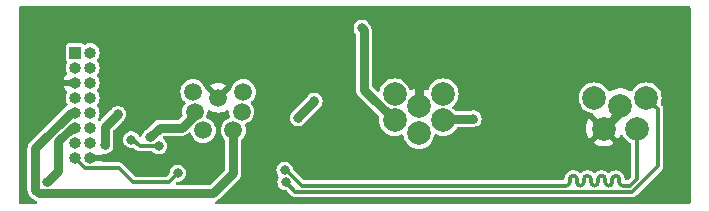
<source format=gbr>
%TF.GenerationSoftware,KiCad,Pcbnew,7.0.10*%
%TF.CreationDate,2025-06-08T00:19:01+02:00*%
%TF.ProjectId,ConnectorInterfaceBoard,436f6e6e-6563-4746-9f72-496e74657266,rev?*%
%TF.SameCoordinates,Original*%
%TF.FileFunction,Copper,L2,Bot*%
%TF.FilePolarity,Positive*%
%FSLAX46Y46*%
G04 Gerber Fmt 4.6, Leading zero omitted, Abs format (unit mm)*
G04 Created by KiCad (PCBNEW 7.0.10) date 2025-06-08 00:19:01*
%MOMM*%
%LPD*%
G01*
G04 APERTURE LIST*
%TA.AperFunction,ComponentPad*%
%ADD10R,1.000000X1.000000*%
%TD*%
%TA.AperFunction,ComponentPad*%
%ADD11O,1.000000X1.000000*%
%TD*%
%TA.AperFunction,ComponentPad*%
%ADD12C,1.520000*%
%TD*%
%TA.AperFunction,ComponentPad*%
%ADD13C,2.000000*%
%TD*%
%TA.AperFunction,ViaPad*%
%ADD14C,0.800000*%
%TD*%
%TA.AperFunction,Conductor*%
%ADD15C,0.750000*%
%TD*%
%TA.AperFunction,Conductor*%
%ADD16C,0.300000*%
%TD*%
G04 APERTURE END LIST*
D10*
%TO.P,J4,1,Pin_1*%
%TO.N,Analog0_In*%
X16713200Y-15875000D03*
D11*
%TO.P,J4,2,Pin_2*%
%TO.N,Analog1_In*%
X17983200Y-15875000D03*
%TO.P,J4,3,Pin_3*%
%TO.N,Analog2_In*%
X16713200Y-17145000D03*
%TO.P,J4,4,Pin_4*%
%TO.N,Analog3_In*%
X17983200Y-17145000D03*
%TO.P,J4,5,Pin_5*%
%TO.N,GND*%
X16713200Y-18415000D03*
%TO.P,J4,6,Pin_6*%
%TO.N,GPIO1_out{slash}in*%
X17983200Y-18415000D03*
%TO.P,J4,7,Pin_7*%
%TO.N,GPIO2_out{slash}in*%
X16713200Y-19685000D03*
%TO.P,J4,8,Pin_8*%
%TO.N,GPIO3_out{slash}in*%
X17983200Y-19685000D03*
%TO.P,J4,9,Pin_9*%
%TO.N,GPIO4_out{slash}in*%
X16713200Y-20955000D03*
%TO.P,J4,10,Pin_10*%
%TO.N,GPIO5_out{slash}in*%
X17983200Y-20955000D03*
%TO.P,J4,11,Pin_11*%
%TO.N,GPIO6_out{slash}in*%
X16713200Y-22225000D03*
%TO.P,J4,12,Pin_12*%
%TO.N,+BATT*%
X17983200Y-22225000D03*
%TO.P,J4,13,Pin_13*%
X16713200Y-23495000D03*
%TO.P,J4,14,Pin_14*%
%TO.N,CAN1_P*%
X17983200Y-23495000D03*
%TO.P,J4,15,Pin_15*%
%TO.N,CAN1_N*%
X16713200Y-24765000D03*
%TO.P,J4,16,Pin_16*%
%TO.N,GND*%
X17983200Y-24765000D03*
%TD*%
D12*
%TO.P,J1,1,Pin_1*%
%TO.N,GPIO1_out{slash}in*%
X26695400Y-19177000D03*
%TO.P,J1,2,Pin_2*%
%TO.N,GPIO2_out{slash}in*%
X26847800Y-20878800D03*
%TO.P,J1,3,Pin_3*%
%TO.N,GPIO3_out{slash}in*%
X27559000Y-22453600D03*
%TO.P,J1,4,Pin_4*%
%TO.N,GPIO4_out{slash}in*%
X30099000Y-22453600D03*
%TO.P,J1,5,Pin_5*%
%TO.N,GPIO5_out{slash}in*%
X30810200Y-20878800D03*
%TO.P,J1,6,Pin_6*%
%TO.N,GPIO6_out{slash}in*%
X30962600Y-19177000D03*
%TO.P,J1,7,Pin_7*%
%TO.N,GND*%
X28829000Y-19685000D03*
%TD*%
D13*
%TO.P,J3,1,Pin_1*%
%TO.N,+BATT*%
X60655200Y-19685000D03*
%TO.P,J3,2,Pin_2*%
%TO.N,GND*%
X61468000Y-22301200D03*
%TO.P,J3,3,Pin_3*%
%TO.N,CAN1_N*%
X64262000Y-22301200D03*
%TO.P,J3,4,Pin_4*%
%TO.N,CAN1_P*%
X65074800Y-19685000D03*
%TO.P,J3,5,Pin_5*%
%TO.N,GND*%
X62865000Y-20370800D03*
%TD*%
%TO.P,J2,1,Pin_1*%
%TO.N,+BATT*%
X43764200Y-19354800D03*
%TO.P,J2,2,Pin_2*%
%TO.N,Analog0_In*%
X43764200Y-21615400D03*
%TO.P,J2,3,Pin_3*%
%TO.N,Analog1_In*%
X45821600Y-22707600D03*
%TO.P,J2,4,Pin_4*%
%TO.N,Analog2_In*%
X47879000Y-21615400D03*
%TO.P,J2,5,Pin_5*%
%TO.N,Analog3_In*%
X47879000Y-19354800D03*
%TO.P,J2,6,Pin_6*%
%TO.N,GND*%
X45821600Y-20396200D03*
%TD*%
D14*
%TO.N,GPIO2_out{slash}in*%
X23065310Y-23036006D03*
%TO.N,GPIO6_out{slash}in*%
X14332046Y-26813404D03*
%TO.N,GND*%
X58000000Y-19250000D03*
X20828000Y-24485600D03*
X26250000Y-17000000D03*
X21000000Y-22211600D03*
X22910800Y-25755600D03*
X30000000Y-17750000D03*
X14579600Y-18389600D03*
X57500000Y-24750000D03*
X24587200Y-24993600D03*
X35250000Y-17250000D03*
X13500000Y-19750000D03*
X46250000Y-17000000D03*
X28803600Y-25755600D03*
X51500000Y-24750000D03*
X38750000Y-22000000D03*
X52500000Y-17750000D03*
X31343600Y-25806400D03*
X44250000Y-17250000D03*
X13250000Y-16750000D03*
X39000000Y-18250000D03*
X64000000Y-17750000D03*
X60750000Y-16500000D03*
X22000000Y-19750000D03*
%TO.N,+BATT*%
X19259567Y-23711600D03*
X35602270Y-21385530D03*
X20332926Y-21094920D03*
X36961521Y-19987062D03*
%TO.N,Analog0_In*%
X40995600Y-13802000D03*
%TO.N,Analog2_In*%
X50429000Y-21463000D03*
%TO.N,CAN1_N*%
X25400000Y-26084000D03*
X34463181Y-25815581D03*
%TO.N,CAN1_P*%
X34540370Y-26812600D03*
X23814451Y-23785148D03*
X21486228Y-23236228D03*
%TD*%
D15*
%TO.N,GPIO2_out{slash}in*%
X25748673Y-22233030D02*
X26847800Y-21133903D01*
X23868286Y-22233030D02*
X25748673Y-22233030D01*
X26847800Y-21133903D02*
X26847800Y-20878800D01*
X23065310Y-23036006D02*
X23868286Y-22233030D01*
%TO.N,GPIO4_out{slash}in*%
X13666004Y-27788404D02*
X28396396Y-27788404D01*
X13357046Y-23958252D02*
X13357046Y-27479446D01*
X16713200Y-20955000D02*
X16360298Y-20955000D01*
X30099000Y-26085800D02*
X30099000Y-22453600D01*
X16360298Y-20955000D02*
X13357046Y-23958252D01*
X28396396Y-27788404D02*
X30099000Y-26085800D01*
X13357046Y-27479446D02*
X13666004Y-27788404D01*
%TO.N,GPIO6_out{slash}in*%
X15290800Y-25854650D02*
X15290800Y-23368000D01*
X15290800Y-23368000D02*
X16433800Y-22225000D01*
X14332046Y-26813404D02*
X15290800Y-25854650D01*
X16433800Y-22225000D02*
X16713200Y-22225000D01*
%TO.N,GND*%
X45821600Y-20396200D02*
X45821600Y-18821600D01*
X45821600Y-18821600D02*
X44250000Y-17250000D01*
X62865000Y-20370800D02*
X62865000Y-20904200D01*
X62865000Y-20904200D02*
X61468000Y-22301200D01*
%TO.N,+BATT*%
X35602270Y-21385530D02*
X35602270Y-21346313D01*
X20332926Y-21094920D02*
X19259567Y-22168279D01*
X19259567Y-22168279D02*
X19259567Y-23711600D01*
X35602270Y-21346313D02*
X36961521Y-19987062D01*
%TO.N,Analog0_In*%
X40995600Y-13802000D02*
X41148000Y-13954400D01*
X41148000Y-13954400D02*
X41148000Y-18999200D01*
X41148000Y-18999200D02*
X43764200Y-21615400D01*
%TO.N,Analog2_In*%
X50429000Y-21463000D02*
X48031400Y-21463000D01*
X48031400Y-21463000D02*
X47879000Y-21615400D01*
D16*
%TO.N,CAN1_N*%
X20408000Y-25615000D02*
X17563200Y-25615000D01*
X62793600Y-26835200D02*
X62793600Y-26583253D01*
X24650000Y-26834000D02*
X21627000Y-26834000D01*
X35923631Y-27135200D02*
X34604012Y-25815581D01*
X17563200Y-25615000D02*
X16713200Y-24765000D01*
X25400000Y-26084000D02*
X24650000Y-26834000D01*
X64262000Y-22301200D02*
X64262000Y-26572494D01*
X21627000Y-26834000D02*
X20408000Y-25615000D01*
X61593600Y-26835200D02*
X61593600Y-26583251D01*
X34604012Y-25815581D02*
X34463181Y-25815581D01*
X58293600Y-27135200D02*
X56844344Y-27135200D01*
X62193600Y-26583253D02*
X62193600Y-26835200D01*
X60393600Y-26835200D02*
X60393600Y-26583250D01*
X56844344Y-27135200D02*
X35923631Y-27135200D01*
X63699294Y-27135200D02*
X63093600Y-27135200D01*
X60993600Y-26583251D02*
X60993600Y-26835200D01*
X59793600Y-26583250D02*
X59793600Y-26835200D01*
X58593600Y-26583242D02*
X58593600Y-26835200D01*
X59193600Y-26835200D02*
X59193600Y-26583242D01*
X64262000Y-26572494D02*
X63699294Y-27135200D01*
X60693600Y-27135200D02*
G75*
G03*
X60993600Y-26835200I0J300000D01*
G01*
X61593600Y-26835200D02*
G75*
G03*
X61893600Y-27135200I300000J0D01*
G01*
X61293600Y-26283300D02*
G75*
G03*
X60993600Y-26583251I0J-300000D01*
G01*
X60393650Y-26583250D02*
G75*
G03*
X60093600Y-26283250I-300050J-50D01*
G01*
X60393600Y-26835200D02*
G75*
G03*
X60693600Y-27135200I300000J0D01*
G01*
X58893600Y-26283200D02*
G75*
G03*
X58593600Y-26583242I0J-300000D01*
G01*
X59193558Y-26583242D02*
G75*
G03*
X58893600Y-26283242I-299958J42D01*
G01*
X58293600Y-27135200D02*
G75*
G03*
X58593600Y-26835200I0J300000D01*
G01*
X60093600Y-26283300D02*
G75*
G03*
X59793600Y-26583250I0J-300000D01*
G01*
X62793647Y-26583253D02*
G75*
G03*
X62493600Y-26283253I-300047J-47D01*
G01*
X62493600Y-26283300D02*
G75*
G03*
X62193600Y-26583253I0J-300000D01*
G01*
X61893600Y-27135200D02*
G75*
G03*
X62193600Y-26835200I0J300000D01*
G01*
X61593649Y-26583251D02*
G75*
G03*
X61293600Y-26283251I-300049J-49D01*
G01*
X62793600Y-26835200D02*
G75*
G03*
X63093600Y-27135200I300000J0D01*
G01*
X59193600Y-26835200D02*
G75*
G03*
X59493600Y-27135200I300000J0D01*
G01*
X59493600Y-27135200D02*
G75*
G03*
X59793600Y-26835200I0J300000D01*
G01*
%TO.N,CAN1_P*%
X21486228Y-23236228D02*
X21628809Y-23236228D01*
X35362970Y-27635200D02*
X63906400Y-27635200D01*
X34540370Y-26812600D02*
X35362970Y-27635200D01*
X66074800Y-25466800D02*
X66074800Y-20685000D01*
X63906400Y-27635200D02*
X66074800Y-25466800D01*
X66074800Y-20685000D02*
X65074800Y-19685000D01*
X21628809Y-23236228D02*
X22177729Y-23785148D01*
X22177729Y-23785148D02*
X23814451Y-23785148D01*
%TD*%
%TA.AperFunction,Conductor*%
%TO.N,GND*%
G36*
X68759000Y-11958462D02*
G01*
X68813538Y-12013000D01*
X68833500Y-12087500D01*
X68833500Y-28552500D01*
X68813538Y-28627000D01*
X68759000Y-28681538D01*
X68684500Y-28701500D01*
X28707595Y-28701500D01*
X28633095Y-28681538D01*
X28578557Y-28627000D01*
X28558595Y-28552500D01*
X28578557Y-28478000D01*
X28633095Y-28423462D01*
X28646427Y-28416635D01*
X28649153Y-28415407D01*
X28650903Y-28414619D01*
X28659194Y-28411184D01*
X28712622Y-28390922D01*
X28718459Y-28386892D01*
X28741947Y-28373644D01*
X28748424Y-28370730D01*
X28793388Y-28335501D01*
X28800610Y-28330186D01*
X28847625Y-28297736D01*
X28885501Y-28254981D01*
X28891637Y-28248462D01*
X30559058Y-26581041D01*
X30565577Y-26574905D01*
X30608332Y-26537029D01*
X30640782Y-26490014D01*
X30646104Y-26482783D01*
X30668150Y-26454645D01*
X30681326Y-26437828D01*
X30684240Y-26431351D01*
X30697488Y-26407863D01*
X30701518Y-26402026D01*
X30721780Y-26348597D01*
X30725198Y-26340345D01*
X30748650Y-26288239D01*
X30749927Y-26281267D01*
X30757174Y-26255273D01*
X30759687Y-26248647D01*
X30759686Y-26248647D01*
X30759688Y-26248645D01*
X30766575Y-26191916D01*
X30767922Y-26183073D01*
X30778219Y-26126885D01*
X30774771Y-26069895D01*
X30774500Y-26060900D01*
X30774500Y-25815581D01*
X33757536Y-25815581D01*
X33778041Y-25984455D01*
X33838362Y-26143510D01*
X33865644Y-26183034D01*
X33913851Y-26252874D01*
X33936276Y-26285361D01*
X33962169Y-26358013D01*
X33948266Y-26433878D01*
X33936277Y-26454645D01*
X33915551Y-26484670D01*
X33855230Y-26643725D01*
X33834725Y-26812600D01*
X33855230Y-26981474D01*
X33915551Y-27140529D01*
X33915552Y-27140530D01*
X34012187Y-27280529D01*
X34012189Y-27280530D01*
X34012190Y-27280532D01*
X34139516Y-27393332D01*
X34139518Y-27393334D01*
X34290145Y-27472390D01*
X34455314Y-27513100D01*
X34542048Y-27513100D01*
X34616548Y-27533062D01*
X34647407Y-27556741D01*
X35020610Y-27929943D01*
X35031743Y-27942401D01*
X35053091Y-27969170D01*
X35099955Y-28001121D01*
X35104468Y-28004324D01*
X35106444Y-28005782D01*
X35150088Y-28037993D01*
X35150090Y-28037994D01*
X35157648Y-28041989D01*
X35165292Y-28045670D01*
X35165295Y-28045671D01*
X35165297Y-28045672D01*
X35219512Y-28062394D01*
X35224748Y-28064117D01*
X35267263Y-28078994D01*
X35278271Y-28082846D01*
X35286655Y-28084432D01*
X35295066Y-28085700D01*
X35295068Y-28085700D01*
X35351753Y-28085700D01*
X35357323Y-28085804D01*
X35413980Y-28087924D01*
X35413984Y-28087923D01*
X35425079Y-28086674D01*
X35425216Y-28087897D01*
X35441897Y-28085700D01*
X63872734Y-28085700D01*
X63889414Y-28086636D01*
X63923435Y-28090470D01*
X63979197Y-28079918D01*
X63984602Y-28079000D01*
X64040687Y-28070548D01*
X64040694Y-28070544D01*
X64048861Y-28068025D01*
X64056868Y-28065224D01*
X64056868Y-28065223D01*
X64056872Y-28065223D01*
X64107042Y-28038705D01*
X64111948Y-28036229D01*
X64163042Y-28011625D01*
X64163044Y-28011622D01*
X64170095Y-28006816D01*
X64176935Y-28001768D01*
X64176935Y-28001767D01*
X64176938Y-28001766D01*
X64217060Y-27961642D01*
X64220992Y-27957854D01*
X64262594Y-27919255D01*
X64262595Y-27919252D01*
X64262597Y-27919251D01*
X64269557Y-27910524D01*
X64270542Y-27911309D01*
X64280761Y-27897941D01*
X66369554Y-25809147D01*
X66381993Y-25798032D01*
X66408770Y-25776679D01*
X66440739Y-25729788D01*
X66443908Y-25725321D01*
X66477593Y-25679682D01*
X66477594Y-25679680D01*
X66481574Y-25672150D01*
X66485267Y-25664480D01*
X66485272Y-25664473D01*
X66501985Y-25610288D01*
X66503728Y-25604989D01*
X66514275Y-25574849D01*
X66522446Y-25551499D01*
X66522446Y-25551496D01*
X66524027Y-25543141D01*
X66525300Y-25534700D01*
X66525300Y-25478034D01*
X66525404Y-25472463D01*
X66525458Y-25471012D01*
X66527525Y-25415790D01*
X66527524Y-25415785D01*
X66526275Y-25404692D01*
X66527493Y-25404554D01*
X66525300Y-25387870D01*
X66525300Y-20718666D01*
X66526237Y-20701984D01*
X66528145Y-20685047D01*
X66530070Y-20667965D01*
X66522319Y-20626997D01*
X66519530Y-20612258D01*
X66518596Y-20606764D01*
X66510148Y-20550714D01*
X66507632Y-20542557D01*
X66504825Y-20534534D01*
X66504824Y-20534529D01*
X66481509Y-20490415D01*
X66478318Y-20484378D01*
X66475807Y-20479403D01*
X66451226Y-20428360D01*
X66446422Y-20421314D01*
X66441366Y-20414463D01*
X66401278Y-20374375D01*
X66397438Y-20370389D01*
X66358855Y-20328806D01*
X66358852Y-20328804D01*
X66350127Y-20321846D01*
X66350886Y-20320894D01*
X66337542Y-20310639D01*
X66329791Y-20302888D01*
X66291227Y-20236093D01*
X66291227Y-20158965D01*
X66300115Y-20134549D01*
X66301539Y-20131496D01*
X66360435Y-19911692D01*
X66380268Y-19685000D01*
X66360435Y-19458308D01*
X66301539Y-19238504D01*
X66205368Y-19032266D01*
X66124841Y-18917261D01*
X66074848Y-18845862D01*
X65913937Y-18684951D01*
X65727541Y-18554437D01*
X65727538Y-18554435D01*
X65727534Y-18554432D01*
X65521296Y-18458261D01*
X65301492Y-18399365D01*
X65301493Y-18399365D01*
X65074800Y-18379532D01*
X64848106Y-18399365D01*
X64628307Y-18458260D01*
X64628306Y-18458260D01*
X64628304Y-18458261D01*
X64422066Y-18554432D01*
X64422063Y-18554434D01*
X64422061Y-18554435D01*
X64422058Y-18554437D01*
X64235662Y-18684951D01*
X64074751Y-18845862D01*
X63944237Y-19032258D01*
X63944228Y-19032272D01*
X63928224Y-19066593D01*
X63878646Y-19125676D01*
X63806169Y-19152053D01*
X63730213Y-19138658D01*
X63701669Y-19121202D01*
X63688236Y-19110747D01*
X63469606Y-18992431D01*
X63234493Y-18911717D01*
X62989291Y-18870800D01*
X62740708Y-18870800D01*
X62495506Y-18911717D01*
X62260393Y-18992431D01*
X62041769Y-19110744D01*
X62041767Y-19110745D01*
X62028328Y-19121205D01*
X61957275Y-19151208D01*
X61880740Y-19141666D01*
X61819229Y-19095134D01*
X61801774Y-19066590D01*
X61785771Y-19032272D01*
X61785769Y-19032270D01*
X61785768Y-19032266D01*
X61785765Y-19032261D01*
X61785764Y-19032260D01*
X61655248Y-18845862D01*
X61494337Y-18684951D01*
X61307941Y-18554437D01*
X61307938Y-18554435D01*
X61307934Y-18554432D01*
X61101696Y-18458261D01*
X60881892Y-18399365D01*
X60881893Y-18399365D01*
X60655200Y-18379532D01*
X60428506Y-18399365D01*
X60208707Y-18458260D01*
X60208706Y-18458260D01*
X60208704Y-18458261D01*
X60002466Y-18554432D01*
X60002463Y-18554434D01*
X60002461Y-18554435D01*
X60002458Y-18554437D01*
X59816062Y-18684951D01*
X59655151Y-18845862D01*
X59524637Y-19032258D01*
X59524635Y-19032261D01*
X59524634Y-19032263D01*
X59524632Y-19032266D01*
X59428461Y-19238504D01*
X59428460Y-19238507D01*
X59369565Y-19458306D01*
X59349732Y-19685000D01*
X59369565Y-19911693D01*
X59398987Y-20021497D01*
X59428461Y-20131496D01*
X59524632Y-20337734D01*
X59524635Y-20337738D01*
X59524637Y-20337741D01*
X59655151Y-20524137D01*
X59816062Y-20685048D01*
X59883632Y-20732360D01*
X60002466Y-20815568D01*
X60208704Y-20911739D01*
X60428508Y-20970635D01*
X60458898Y-20973293D01*
X60531373Y-20999670D01*
X60580951Y-21058753D01*
X60581382Y-21061029D01*
X61104891Y-21584538D01*
X60966052Y-21671777D01*
X60838577Y-21799252D01*
X60751338Y-21938091D01*
X60244563Y-21431316D01*
X60144266Y-21584832D01*
X60044412Y-21812478D01*
X59983386Y-22053466D01*
X59962859Y-22301198D01*
X59962859Y-22301201D01*
X59983386Y-22548933D01*
X60044412Y-22789921D01*
X60144263Y-23017558D01*
X60144267Y-23017565D01*
X60244563Y-23171081D01*
X60751337Y-22664306D01*
X60838577Y-22803148D01*
X60966052Y-22930623D01*
X61104891Y-23017861D01*
X60597942Y-23524809D01*
X60597942Y-23524810D01*
X60644766Y-23561254D01*
X60863393Y-23679568D01*
X61098506Y-23760282D01*
X61343708Y-23801199D01*
X61343708Y-23801200D01*
X61592292Y-23801200D01*
X61592291Y-23801199D01*
X61837493Y-23760282D01*
X62072606Y-23679568D01*
X62291233Y-23561254D01*
X62338056Y-23524809D01*
X61831108Y-23017861D01*
X61969948Y-22930623D01*
X62097423Y-22803148D01*
X62184661Y-22664308D01*
X62691435Y-23171082D01*
X62691435Y-23171081D01*
X62791728Y-23017574D01*
X62791733Y-23017564D01*
X62838471Y-22911011D01*
X62886678Y-22850804D01*
X62958529Y-22822766D01*
X63034773Y-22834411D01*
X63094980Y-22882618D01*
X63109961Y-22907890D01*
X63122272Y-22934290D01*
X63131432Y-22953934D01*
X63143230Y-22970784D01*
X63261951Y-23140337D01*
X63422862Y-23301248D01*
X63477692Y-23339640D01*
X63609266Y-23431768D01*
X63622877Y-23438115D01*
X63725469Y-23485954D01*
X63784553Y-23535530D01*
X63810933Y-23608007D01*
X63811500Y-23620994D01*
X63811500Y-26324173D01*
X63791538Y-26398673D01*
X63767859Y-26429532D01*
X63556332Y-26641059D01*
X63489537Y-26679623D01*
X63450973Y-26684700D01*
X63393140Y-26684700D01*
X63318640Y-26664738D01*
X63264102Y-26610200D01*
X63244140Y-26535720D01*
X63244137Y-26509267D01*
X63215276Y-26364282D01*
X63158688Y-26227711D01*
X63158687Y-26227709D01*
X63158686Y-26227707D01*
X63111833Y-26157603D01*
X63076546Y-26104803D01*
X62972006Y-26000279D01*
X62972000Y-26000275D01*
X62849085Y-25918156D01*
X62849076Y-25918151D01*
X62712509Y-25861590D01*
X62712505Y-25861589D01*
X62712294Y-25861547D01*
X62567515Y-25832752D01*
X62567511Y-25832752D01*
X62493600Y-25832753D01*
X62424862Y-25832753D01*
X62424147Y-25832800D01*
X62419690Y-25832800D01*
X62310954Y-25854426D01*
X62274708Y-25861635D01*
X62274704Y-25861636D01*
X62138144Y-25918194D01*
X62138136Y-25918198D01*
X62015227Y-26000313D01*
X62015221Y-26000318D01*
X61998984Y-26016553D01*
X61932186Y-26055111D01*
X61855058Y-26055103D01*
X61788286Y-26016553D01*
X61772010Y-26000280D01*
X61772008Y-26000278D01*
X61772006Y-26000276D01*
X61649085Y-25918154D01*
X61649080Y-25918152D01*
X61649075Y-25918149D01*
X61512509Y-25861588D01*
X61512505Y-25861587D01*
X61512304Y-25861547D01*
X61367515Y-25832750D01*
X61367511Y-25832750D01*
X61293600Y-25832751D01*
X61224907Y-25832751D01*
X61224160Y-25832800D01*
X61219690Y-25832800D01*
X61110954Y-25854426D01*
X61074708Y-25861635D01*
X61074704Y-25861636D01*
X60938147Y-25918193D01*
X60938138Y-25918198D01*
X60815226Y-26000315D01*
X60815220Y-26000320D01*
X60798982Y-26016555D01*
X60732182Y-26055111D01*
X60655054Y-26055102D01*
X60588286Y-26016553D01*
X60572009Y-26000279D01*
X60572008Y-26000278D01*
X60572005Y-26000275D01*
X60548323Y-25984453D01*
X60449092Y-25918156D01*
X60449085Y-25918153D01*
X60449086Y-25918153D01*
X60449084Y-25918152D01*
X60312626Y-25861636D01*
X60312503Y-25861585D01*
X60250034Y-25849161D01*
X60167515Y-25832749D01*
X60167511Y-25832749D01*
X60093600Y-25832750D01*
X60024929Y-25832750D01*
X60024164Y-25832800D01*
X60019690Y-25832800D01*
X59957804Y-25845108D01*
X59874711Y-25861634D01*
X59738141Y-25918196D01*
X59738135Y-25918200D01*
X59615232Y-26000310D01*
X59615221Y-26000319D01*
X59598971Y-26016566D01*
X59532171Y-26055122D01*
X59455043Y-26055113D01*
X59388259Y-26016547D01*
X59372025Y-26000311D01*
X59348295Y-25984453D01*
X59249108Y-25918170D01*
X59249096Y-25918164D01*
X59112523Y-25861589D01*
X59112514Y-25861586D01*
X58967522Y-25832743D01*
X58955344Y-25832742D01*
X58955183Y-25832699D01*
X58819678Y-25832700D01*
X58734524Y-25849640D01*
X58674668Y-25861547D01*
X58674666Y-25861547D01*
X58674665Y-25861548D01*
X58538076Y-25918131D01*
X58538070Y-25918134D01*
X58415154Y-26000274D01*
X58415148Y-26000278D01*
X58310610Y-26104830D01*
X58310607Y-26104834D01*
X58228484Y-26227764D01*
X58171918Y-26364365D01*
X58143090Y-26509383D01*
X58143094Y-26535682D01*
X58123141Y-26610185D01*
X58068609Y-26664729D01*
X57994112Y-26684700D01*
X36171953Y-26684700D01*
X36097453Y-26664738D01*
X36066594Y-26641059D01*
X35195192Y-25769658D01*
X35156628Y-25702863D01*
X35152637Y-25682259D01*
X35148321Y-25646709D01*
X35087999Y-25487651D01*
X34991364Y-25347652D01*
X34991361Y-25347649D01*
X34991360Y-25347648D01*
X34864034Y-25234848D01*
X34864035Y-25234848D01*
X34713405Y-25155790D01*
X34548237Y-25115081D01*
X34378125Y-25115081D01*
X34212956Y-25155790D01*
X34062326Y-25234848D01*
X33935001Y-25347648D01*
X33934998Y-25347652D01*
X33838362Y-25487651D01*
X33778041Y-25646706D01*
X33757536Y-25815581D01*
X30774500Y-25815581D01*
X30774500Y-23341612D01*
X30794462Y-23267112D01*
X30828976Y-23226433D01*
X30832663Y-23223406D01*
X30852515Y-23207115D01*
X30985040Y-23045633D01*
X31083515Y-22861399D01*
X31144155Y-22661494D01*
X31164631Y-22453600D01*
X31144155Y-22245706D01*
X31087406Y-22058631D01*
X31084883Y-21981547D01*
X31121241Y-21913526D01*
X31186737Y-21872797D01*
X31217999Y-21863315D01*
X31386982Y-21772992D01*
X31402222Y-21764846D01*
X31402222Y-21764845D01*
X31402233Y-21764840D01*
X31563715Y-21632315D01*
X31696240Y-21470833D01*
X31701707Y-21460606D01*
X31723466Y-21419896D01*
X31741835Y-21385530D01*
X34896625Y-21385530D01*
X34917130Y-21554404D01*
X34977451Y-21713459D01*
X34977452Y-21713460D01*
X35074087Y-21853459D01*
X35074089Y-21853460D01*
X35074090Y-21853462D01*
X35201416Y-21966262D01*
X35201418Y-21966264D01*
X35352045Y-22045320D01*
X35517214Y-22086030D01*
X35687326Y-22086030D01*
X35852495Y-22045320D01*
X36003122Y-21966264D01*
X36130453Y-21853459D01*
X36227088Y-21713460D01*
X36238146Y-21684300D01*
X36272101Y-21631781D01*
X37291022Y-20612860D01*
X37327133Y-20586290D01*
X37362373Y-20567796D01*
X37489704Y-20454991D01*
X37586339Y-20314992D01*
X37646661Y-20155934D01*
X37667166Y-19987062D01*
X37646661Y-19818190D01*
X37628018Y-19769033D01*
X37586339Y-19659132D01*
X37580647Y-19650886D01*
X37489704Y-19519133D01*
X37489701Y-19519130D01*
X37489700Y-19519129D01*
X37362374Y-19406329D01*
X37362375Y-19406329D01*
X37211745Y-19327271D01*
X37046577Y-19286562D01*
X36876465Y-19286562D01*
X36711296Y-19327271D01*
X36560666Y-19406329D01*
X36433342Y-19519128D01*
X36433332Y-19519139D01*
X36350083Y-19639744D01*
X36332819Y-19660460D01*
X35142232Y-20851048D01*
X35135681Y-20857214D01*
X35092944Y-20895076D01*
X35092934Y-20895088D01*
X35092870Y-20895182D01*
X35079460Y-20910323D01*
X35080062Y-20910857D01*
X35074086Y-20917601D01*
X35032677Y-20977591D01*
X35027352Y-20984827D01*
X35019945Y-20994282D01*
X35015285Y-21001990D01*
X35014901Y-21001758D01*
X35009993Y-21010453D01*
X34977453Y-21057597D01*
X34977449Y-21057605D01*
X34917131Y-21216651D01*
X34917130Y-21216657D01*
X34917130Y-21216658D01*
X34911407Y-21263792D01*
X34896625Y-21385530D01*
X31741835Y-21385530D01*
X31794715Y-21286599D01*
X31855355Y-21086694D01*
X31875831Y-20878800D01*
X31855355Y-20670906D01*
X31854463Y-20667967D01*
X31829686Y-20586287D01*
X31794715Y-20471001D01*
X31753782Y-20394420D01*
X31696246Y-20286777D01*
X31696243Y-20286772D01*
X31696240Y-20286767D01*
X31624059Y-20198814D01*
X31592228Y-20128563D01*
X31599788Y-20051806D01*
X31644713Y-19989113D01*
X31644714Y-19989112D01*
X31666602Y-19971149D01*
X31716115Y-19930515D01*
X31848640Y-19769033D01*
X31947115Y-19584799D01*
X32007755Y-19384894D01*
X32028231Y-19177000D01*
X32007755Y-18969106D01*
X32007488Y-18968227D01*
X31977934Y-18870800D01*
X31947115Y-18769201D01*
X31902084Y-18684953D01*
X31848646Y-18584977D01*
X31848642Y-18584972D01*
X31848640Y-18584967D01*
X31716115Y-18423485D01*
X31712096Y-18420187D01*
X31554634Y-18290961D01*
X31554635Y-18290961D01*
X31554633Y-18290960D01*
X31554630Y-18290958D01*
X31554622Y-18290953D01*
X31370403Y-18192487D01*
X31370401Y-18192486D01*
X31370399Y-18192485D01*
X31345599Y-18184962D01*
X31170496Y-18131845D01*
X31170497Y-18131845D01*
X30962600Y-18111369D01*
X30754702Y-18131845D01*
X30554803Y-18192484D01*
X30554796Y-18192487D01*
X30370577Y-18290953D01*
X30370565Y-18290961D01*
X30209086Y-18423483D01*
X30209083Y-18423486D01*
X30076561Y-18584965D01*
X30076553Y-18584977D01*
X29978087Y-18769196D01*
X29978085Y-18769201D01*
X29936551Y-18906120D01*
X29899326Y-18968226D01*
X29439514Y-19428037D01*
X29376158Y-19307324D01*
X29269875Y-19187355D01*
X29137970Y-19096307D01*
X29084438Y-19076005D01*
X29525750Y-18634694D01*
X29461406Y-18589639D01*
X29461401Y-18589637D01*
X29261592Y-18496465D01*
X29048631Y-18439401D01*
X28829000Y-18420187D01*
X28609368Y-18439401D01*
X28396407Y-18496465D01*
X28196596Y-18589638D01*
X28196590Y-18589641D01*
X28132248Y-18634693D01*
X28132247Y-18634693D01*
X28573559Y-19076005D01*
X28520030Y-19096307D01*
X28388125Y-19187355D01*
X28281842Y-19307324D01*
X28218485Y-19428039D01*
X27758673Y-18968227D01*
X27721449Y-18906121D01*
X27679915Y-18769201D01*
X27634884Y-18684953D01*
X27581446Y-18584977D01*
X27581442Y-18584972D01*
X27581440Y-18584967D01*
X27448915Y-18423485D01*
X27444896Y-18420187D01*
X27287434Y-18290961D01*
X27287435Y-18290961D01*
X27287433Y-18290960D01*
X27287430Y-18290958D01*
X27287422Y-18290953D01*
X27103203Y-18192487D01*
X27103201Y-18192486D01*
X27103199Y-18192485D01*
X27078399Y-18184962D01*
X26903296Y-18131845D01*
X26903297Y-18131845D01*
X26695400Y-18111369D01*
X26487502Y-18131845D01*
X26287603Y-18192484D01*
X26287596Y-18192487D01*
X26103377Y-18290953D01*
X26103365Y-18290961D01*
X25941886Y-18423483D01*
X25941883Y-18423486D01*
X25809361Y-18584965D01*
X25809353Y-18584977D01*
X25710887Y-18769196D01*
X25710884Y-18769203D01*
X25650245Y-18969102D01*
X25629769Y-19177000D01*
X25650245Y-19384897D01*
X25710884Y-19584796D01*
X25710887Y-19584803D01*
X25809353Y-19769022D01*
X25809361Y-19769034D01*
X25941883Y-19930513D01*
X25941887Y-19930517D01*
X26013286Y-19989113D01*
X26058211Y-20051806D01*
X26065771Y-20128563D01*
X26033940Y-20198815D01*
X25961762Y-20286764D01*
X25961753Y-20286777D01*
X25863287Y-20470996D01*
X25863284Y-20471003D01*
X25802645Y-20670902D01*
X25782169Y-20878800D01*
X25802645Y-21086697D01*
X25802646Y-21086700D01*
X25808621Y-21106398D01*
X25811143Y-21183485D01*
X25774783Y-21251505D01*
X25771395Y-21255005D01*
X25512513Y-21513889D01*
X25445719Y-21552453D01*
X25407154Y-21557530D01*
X23893197Y-21557530D01*
X23884201Y-21557258D01*
X23876314Y-21556780D01*
X23827201Y-21553810D01*
X23827200Y-21553810D01*
X23827198Y-21553810D01*
X23771038Y-21564102D01*
X23762142Y-21565456D01*
X23705443Y-21572341D01*
X23705440Y-21572342D01*
X23698798Y-21574861D01*
X23672836Y-21582099D01*
X23665845Y-21583380D01*
X23613764Y-21606819D01*
X23605456Y-21610260D01*
X23552059Y-21630512D01*
X23546207Y-21634551D01*
X23522747Y-21647782D01*
X23516260Y-21650702D01*
X23516258Y-21650703D01*
X23471302Y-21685925D01*
X23464052Y-21691259D01*
X23417062Y-21723693D01*
X23417050Y-21723703D01*
X23379187Y-21766441D01*
X23373021Y-21772992D01*
X22735809Y-22410204D01*
X22699696Y-22436777D01*
X22664456Y-22455273D01*
X22537130Y-22568073D01*
X22537127Y-22568077D01*
X22440491Y-22708076D01*
X22376974Y-22875561D01*
X22374818Y-22874743D01*
X22343894Y-22930885D01*
X22277888Y-22970784D01*
X22200776Y-22972335D01*
X22133219Y-22935122D01*
X22113814Y-22912308D01*
X22095930Y-22886399D01*
X22014411Y-22768299D01*
X22014408Y-22768296D01*
X22014407Y-22768295D01*
X21887081Y-22655495D01*
X21887082Y-22655495D01*
X21736452Y-22576437D01*
X21571284Y-22535728D01*
X21401172Y-22535728D01*
X21236003Y-22576437D01*
X21085373Y-22655495D01*
X20958048Y-22768295D01*
X20958045Y-22768299D01*
X20861409Y-22908298D01*
X20801088Y-23067353D01*
X20780583Y-23236228D01*
X20801088Y-23405102D01*
X20861409Y-23564157D01*
X20861410Y-23564158D01*
X20958045Y-23704157D01*
X20958047Y-23704158D01*
X20958048Y-23704160D01*
X21085374Y-23816960D01*
X21085376Y-23816962D01*
X21236003Y-23896018D01*
X21401172Y-23936728D01*
X21571283Y-23936728D01*
X21571284Y-23936728D01*
X21586696Y-23932929D01*
X21663808Y-23934480D01*
X21727715Y-23972239D01*
X21835368Y-24079891D01*
X21846502Y-24092349D01*
X21867850Y-24119118D01*
X21914714Y-24151069D01*
X21919227Y-24154272D01*
X21934864Y-24165812D01*
X21964847Y-24187941D01*
X21964849Y-24187942D01*
X21972407Y-24191937D01*
X21980051Y-24195618D01*
X21980054Y-24195619D01*
X21980056Y-24195620D01*
X22034271Y-24212342D01*
X22039507Y-24214065D01*
X22093030Y-24232794D01*
X22101414Y-24234380D01*
X22109825Y-24235648D01*
X22109827Y-24235648D01*
X22166512Y-24235648D01*
X22172082Y-24235752D01*
X22228739Y-24237872D01*
X22228743Y-24237871D01*
X22239838Y-24236622D01*
X22239975Y-24237845D01*
X22256656Y-24235648D01*
X23210087Y-24235648D01*
X23284587Y-24255610D01*
X23308892Y-24273120D01*
X23413597Y-24365880D01*
X23413599Y-24365882D01*
X23564226Y-24444938D01*
X23729395Y-24485648D01*
X23899507Y-24485648D01*
X24064676Y-24444938D01*
X24215303Y-24365882D01*
X24342634Y-24253077D01*
X24439269Y-24113078D01*
X24499591Y-23954020D01*
X24520096Y-23785148D01*
X24499591Y-23616276D01*
X24479825Y-23564158D01*
X24439269Y-23457218D01*
X24421702Y-23431768D01*
X24342634Y-23317219D01*
X24342631Y-23317216D01*
X24342630Y-23317215D01*
X24218352Y-23207115D01*
X24215304Y-23204415D01*
X24215305Y-23204415D01*
X24211162Y-23202241D01*
X24186815Y-23189462D01*
X24130126Y-23137165D01*
X24107181Y-23063529D01*
X24124127Y-22988286D01*
X24176425Y-22931596D01*
X24250061Y-22908651D01*
X24256060Y-22908530D01*
X25723773Y-22908530D01*
X25732768Y-22908801D01*
X25789758Y-22912249D01*
X25845946Y-22901952D01*
X25854789Y-22900605D01*
X25911518Y-22893718D01*
X25918147Y-22891203D01*
X25944140Y-22883957D01*
X25951112Y-22882680D01*
X26003218Y-22859228D01*
X26011470Y-22855810D01*
X26064899Y-22835548D01*
X26070736Y-22831518D01*
X26094224Y-22818270D01*
X26100701Y-22815356D01*
X26145665Y-22780127D01*
X26152887Y-22774812D01*
X26199902Y-22742362D01*
X26237778Y-22699607D01*
X26243914Y-22693088D01*
X26282594Y-22654408D01*
X26349387Y-22615846D01*
X26426515Y-22615846D01*
X26493310Y-22654410D01*
X26530535Y-22716516D01*
X26552812Y-22789951D01*
X26573830Y-22859241D01*
X26574485Y-22861398D01*
X26574487Y-22861403D01*
X26672953Y-23045622D01*
X26672961Y-23045634D01*
X26775912Y-23171081D01*
X26805485Y-23207115D01*
X26966967Y-23339640D01*
X26966972Y-23339642D01*
X26966977Y-23339646D01*
X27089434Y-23405100D01*
X27151201Y-23438115D01*
X27351103Y-23498754D01*
X27351106Y-23498755D01*
X27559000Y-23519231D01*
X27766894Y-23498755D01*
X27966799Y-23438115D01*
X28151033Y-23339640D01*
X28312515Y-23207115D01*
X28445040Y-23045633D01*
X28543515Y-22861399D01*
X28604155Y-22661494D01*
X28624631Y-22453600D01*
X28604155Y-22245706D01*
X28543515Y-22045801D01*
X28501001Y-21966262D01*
X28445046Y-21861577D01*
X28445042Y-21861572D01*
X28445040Y-21861567D01*
X28356690Y-21753912D01*
X28312516Y-21700086D01*
X28312513Y-21700083D01*
X28165777Y-21579660D01*
X28151033Y-21567560D01*
X28151030Y-21567558D01*
X28151022Y-21567553D01*
X27966803Y-21469087D01*
X27966802Y-21469086D01*
X27966799Y-21469085D01*
X27935536Y-21459601D01*
X27870040Y-21418872D01*
X27833683Y-21350851D01*
X27836206Y-21273769D01*
X27892955Y-21086694D01*
X27913431Y-20878800D01*
X27913430Y-20878796D01*
X27913431Y-20878794D01*
X27913431Y-20871480D01*
X27915664Y-20871480D01*
X27926377Y-20806587D01*
X27975306Y-20746966D01*
X28047490Y-20719797D01*
X28123588Y-20732360D01*
X28147560Y-20746026D01*
X28196591Y-20780359D01*
X28196598Y-20780362D01*
X28396407Y-20873534D01*
X28609368Y-20930598D01*
X28829000Y-20949812D01*
X29048631Y-20930598D01*
X29261592Y-20873534D01*
X29461401Y-20780362D01*
X29461410Y-20780357D01*
X29510438Y-20746027D01*
X29582914Y-20719646D01*
X29658871Y-20733038D01*
X29717955Y-20782614D01*
X29744336Y-20855090D01*
X29744249Y-20871480D01*
X29744569Y-20871480D01*
X29744569Y-20878794D01*
X29744569Y-20878797D01*
X29744569Y-20878800D01*
X29756702Y-21001990D01*
X29765045Y-21086697D01*
X29821792Y-21273766D01*
X29824316Y-21350853D01*
X29787957Y-21418874D01*
X29722463Y-21459601D01*
X29691198Y-21469085D01*
X29506978Y-21567553D01*
X29506965Y-21567561D01*
X29345486Y-21700083D01*
X29345483Y-21700086D01*
X29212961Y-21861565D01*
X29212953Y-21861577D01*
X29114487Y-22045796D01*
X29114484Y-22045803D01*
X29053845Y-22245702D01*
X29033369Y-22453600D01*
X29053845Y-22661497D01*
X29114484Y-22861396D01*
X29114487Y-22861403D01*
X29212953Y-23045622D01*
X29212961Y-23045634D01*
X29345483Y-23207113D01*
X29345486Y-23207116D01*
X29369024Y-23226433D01*
X29413950Y-23289126D01*
X29423500Y-23341612D01*
X29423500Y-25744281D01*
X29403538Y-25818781D01*
X29379859Y-25849640D01*
X28160236Y-27069263D01*
X28093441Y-27107827D01*
X28054877Y-27112904D01*
X25367917Y-27112904D01*
X25293417Y-27092942D01*
X25238879Y-27038404D01*
X25218917Y-26963904D01*
X25238879Y-26889404D01*
X25262558Y-26858545D01*
X25292962Y-26828141D01*
X25359757Y-26789577D01*
X25398321Y-26784500D01*
X25485056Y-26784500D01*
X25650225Y-26743790D01*
X25800852Y-26664734D01*
X25928183Y-26551929D01*
X26024818Y-26411930D01*
X26085140Y-26252872D01*
X26105645Y-26084000D01*
X26085140Y-25915128D01*
X26064853Y-25861636D01*
X26024818Y-25756070D01*
X26016681Y-25744281D01*
X25928183Y-25616071D01*
X25928180Y-25616068D01*
X25928179Y-25616067D01*
X25800853Y-25503267D01*
X25800854Y-25503267D01*
X25650224Y-25424209D01*
X25485056Y-25383500D01*
X25314944Y-25383500D01*
X25149775Y-25424209D01*
X24999145Y-25503267D01*
X24871820Y-25616067D01*
X24871817Y-25616071D01*
X24775181Y-25756070D01*
X24714860Y-25915125D01*
X24711620Y-25941808D01*
X24696332Y-26067724D01*
X24694355Y-26084003D01*
X24694355Y-26090823D01*
X24674393Y-26165323D01*
X24650714Y-26196182D01*
X24507038Y-26339859D01*
X24440244Y-26378423D01*
X24401679Y-26383500D01*
X21875321Y-26383500D01*
X21800821Y-26363538D01*
X21769962Y-26339859D01*
X20750358Y-25320255D01*
X20739224Y-25307796D01*
X20717879Y-25281030D01*
X20671032Y-25249090D01*
X20666489Y-25245866D01*
X20620883Y-25212207D01*
X20613324Y-25208212D01*
X20605671Y-25204527D01*
X20551501Y-25187818D01*
X20546208Y-25186077D01*
X20492700Y-25167354D01*
X20484330Y-25165770D01*
X20475902Y-25164500D01*
X20475901Y-25164500D01*
X20419217Y-25164500D01*
X20413647Y-25164396D01*
X20409632Y-25164245D01*
X20356990Y-25162276D01*
X20356989Y-25162276D01*
X20356985Y-25162276D01*
X20345891Y-25163526D01*
X20345753Y-25162302D01*
X20329073Y-25164500D01*
X19107914Y-25164500D01*
X19033414Y-25144538D01*
X18978876Y-25090000D01*
X18962410Y-25028550D01*
X18952361Y-25015000D01*
X18197683Y-25015000D01*
X18269001Y-24930007D01*
X18308200Y-24822306D01*
X18308200Y-24707694D01*
X18269001Y-24599993D01*
X18197683Y-24515000D01*
X18952361Y-24515000D01*
X18992150Y-24461350D01*
X19052563Y-24413402D01*
X19128856Y-24402085D01*
X19147485Y-24405438D01*
X19174511Y-24412100D01*
X19344623Y-24412100D01*
X19509792Y-24371390D01*
X19660419Y-24292334D01*
X19787750Y-24179529D01*
X19884385Y-24039530D01*
X19944707Y-23880472D01*
X19965212Y-23711600D01*
X19944707Y-23542728D01*
X19944705Y-23542724D01*
X19942549Y-23533973D01*
X19943099Y-23533837D01*
X19935067Y-23490003D01*
X19935067Y-22509797D01*
X19955029Y-22435297D01*
X19978704Y-22404442D01*
X20662425Y-21720720D01*
X20698536Y-21694149D01*
X20733778Y-21675654D01*
X20738155Y-21671777D01*
X20824610Y-21595184D01*
X20861109Y-21562849D01*
X20957744Y-21422850D01*
X21018066Y-21263792D01*
X21038571Y-21094920D01*
X21018066Y-20926048D01*
X21012639Y-20911739D01*
X20957744Y-20766990D01*
X20925380Y-20720103D01*
X20861109Y-20626991D01*
X20861106Y-20626988D01*
X20861105Y-20626987D01*
X20733779Y-20514187D01*
X20733780Y-20514187D01*
X20583150Y-20435129D01*
X20417982Y-20394420D01*
X20247870Y-20394420D01*
X20082701Y-20435129D01*
X19932071Y-20514187D01*
X19804747Y-20626986D01*
X19804737Y-20626997D01*
X19721486Y-20747605D01*
X19704222Y-20768321D01*
X18868014Y-21604529D01*
X18801219Y-21643093D01*
X18724091Y-21643093D01*
X18657296Y-21604529D01*
X18618732Y-21537734D01*
X18618732Y-21460606D01*
X18636492Y-21419899D01*
X18708989Y-21304522D01*
X18768568Y-21134255D01*
X18787003Y-20970635D01*
X18788765Y-20955001D01*
X18788765Y-20954998D01*
X18777508Y-20855090D01*
X18768568Y-20775745D01*
X18708989Y-20605478D01*
X18613016Y-20452738D01*
X18585637Y-20425359D01*
X18547073Y-20358564D01*
X18547073Y-20281436D01*
X18585637Y-20214641D01*
X18613015Y-20187263D01*
X18613016Y-20187262D01*
X18708989Y-20034522D01*
X18768568Y-19864255D01*
X18788765Y-19685000D01*
X18785850Y-19659132D01*
X18768568Y-19505747D01*
X18768568Y-19505745D01*
X18708989Y-19335478D01*
X18613016Y-19182738D01*
X18585637Y-19155359D01*
X18547073Y-19088564D01*
X18547073Y-19011436D01*
X18585637Y-18944641D01*
X18613015Y-18917263D01*
X18613016Y-18917262D01*
X18708989Y-18764522D01*
X18768568Y-18594255D01*
X18788765Y-18415000D01*
X18787003Y-18399365D01*
X18768568Y-18235747D01*
X18768568Y-18235745D01*
X18708989Y-18065478D01*
X18613016Y-17912738D01*
X18585637Y-17885359D01*
X18547073Y-17818564D01*
X18547073Y-17741436D01*
X18585637Y-17674641D01*
X18613015Y-17647263D01*
X18613016Y-17647262D01*
X18708989Y-17494522D01*
X18768568Y-17324255D01*
X18788765Y-17145000D01*
X18768568Y-16965745D01*
X18708989Y-16795478D01*
X18613016Y-16642738D01*
X18585637Y-16615359D01*
X18547073Y-16548564D01*
X18547073Y-16471436D01*
X18585637Y-16404641D01*
X18613015Y-16377263D01*
X18613016Y-16377262D01*
X18708989Y-16224522D01*
X18768568Y-16054255D01*
X18788765Y-15875000D01*
X18768568Y-15695745D01*
X18708989Y-15525478D01*
X18613016Y-15372738D01*
X18485462Y-15245184D01*
X18332722Y-15149211D01*
X18162455Y-15089632D01*
X18162454Y-15089631D01*
X18162453Y-15089631D01*
X17983201Y-15069435D01*
X17983199Y-15069435D01*
X17803947Y-15089631D01*
X17633676Y-15149211D01*
X17598384Y-15171387D01*
X17524682Y-15194120D01*
X17449488Y-15176956D01*
X17413754Y-15150583D01*
X17385964Y-15122793D01*
X17283194Y-15077416D01*
X17283191Y-15077415D01*
X17283182Y-15077414D01*
X17258065Y-15074500D01*
X17258059Y-15074500D01*
X16168333Y-15074500D01*
X16143210Y-15077414D01*
X16143207Y-15077415D01*
X16040435Y-15122793D01*
X15960993Y-15202235D01*
X15915616Y-15305005D01*
X15915615Y-15305008D01*
X15915615Y-15305009D01*
X15912700Y-15330135D01*
X15912700Y-15330139D01*
X15912700Y-15330140D01*
X15912700Y-16419866D01*
X15915614Y-16444989D01*
X15915615Y-16444992D01*
X15960993Y-16547764D01*
X15988783Y-16575554D01*
X16027347Y-16642349D01*
X16027347Y-16719477D01*
X16009587Y-16760184D01*
X15987411Y-16795476D01*
X15927831Y-16965747D01*
X15907635Y-17144998D01*
X15907635Y-17145001D01*
X15927831Y-17324252D01*
X15927831Y-17324254D01*
X15927832Y-17324255D01*
X15987411Y-17494522D01*
X16001257Y-17516558D01*
X16011657Y-17533110D01*
X16034390Y-17606812D01*
X16017227Y-17682006D01*
X16000673Y-17706907D01*
X15877706Y-17856741D01*
X15784849Y-18030466D01*
X15744038Y-18164999D01*
X15744039Y-18165000D01*
X16498717Y-18165000D01*
X16427399Y-18249993D01*
X16388200Y-18357694D01*
X16388200Y-18472306D01*
X16427399Y-18580007D01*
X16498717Y-18665000D01*
X15744039Y-18665000D01*
X15784849Y-18799533D01*
X15877708Y-18973260D01*
X15877709Y-18973262D01*
X16000673Y-19123092D01*
X16032505Y-19193345D01*
X16024945Y-19270101D01*
X16011658Y-19296888D01*
X15987411Y-19335477D01*
X15927831Y-19505747D01*
X15907635Y-19684998D01*
X15907635Y-19685001D01*
X15927831Y-19864252D01*
X15987411Y-20034522D01*
X16066592Y-20160538D01*
X16089326Y-20234240D01*
X16072163Y-20309434D01*
X16019703Y-20365973D01*
X16015957Y-20367980D01*
X16015978Y-20368014D01*
X16008270Y-20372673D01*
X15963314Y-20407895D01*
X15956064Y-20413229D01*
X15909074Y-20445663D01*
X15909062Y-20445673D01*
X15871199Y-20488411D01*
X15865033Y-20494962D01*
X12897008Y-23462987D01*
X12890457Y-23469153D01*
X12847719Y-23507016D01*
X12847709Y-23507028D01*
X12815275Y-23554018D01*
X12809945Y-23561261D01*
X12807677Y-23564158D01*
X12774719Y-23606224D01*
X12774718Y-23606226D01*
X12771798Y-23612713D01*
X12758567Y-23636173D01*
X12754528Y-23642025D01*
X12734276Y-23695423D01*
X12730835Y-23703730D01*
X12707396Y-23755812D01*
X12707395Y-23755817D01*
X12706113Y-23762809D01*
X12698879Y-23788757D01*
X12696358Y-23795405D01*
X12696357Y-23795410D01*
X12689473Y-23852099D01*
X12688120Y-23860991D01*
X12677827Y-23917166D01*
X12681274Y-23974154D01*
X12681546Y-23983150D01*
X12681546Y-27454546D01*
X12681274Y-27463542D01*
X12677827Y-27520531D01*
X12688120Y-27576707D01*
X12689473Y-27585599D01*
X12696357Y-27642289D01*
X12698876Y-27648931D01*
X12706115Y-27674896D01*
X12707396Y-27681885D01*
X12707396Y-27681886D01*
X12730830Y-27733956D01*
X12734272Y-27742266D01*
X12754524Y-27795663D01*
X12754528Y-27795672D01*
X12758563Y-27801518D01*
X12771801Y-27824989D01*
X12774720Y-27831474D01*
X12774721Y-27831476D01*
X12809943Y-27876433D01*
X12815278Y-27883683D01*
X12847711Y-27930671D01*
X12847716Y-27930677D01*
X12890448Y-27968534D01*
X12897002Y-27974703D01*
X13170745Y-28248446D01*
X13176914Y-28255000D01*
X13214775Y-28297736D01*
X13261783Y-28330183D01*
X13269008Y-28335499D01*
X13301169Y-28360696D01*
X13313973Y-28370728D01*
X13313974Y-28370729D01*
X13313975Y-28370729D01*
X13313976Y-28370730D01*
X13320449Y-28373643D01*
X13343940Y-28386892D01*
X13349778Y-28390922D01*
X13403189Y-28411178D01*
X13411480Y-28414613D01*
X13415967Y-28416632D01*
X13475707Y-28465417D01*
X13503051Y-28537535D01*
X13490672Y-28613663D01*
X13441887Y-28673403D01*
X13369769Y-28700747D01*
X13354804Y-28701500D01*
X12087500Y-28701500D01*
X12013000Y-28681538D01*
X11958462Y-28627000D01*
X11938500Y-28552500D01*
X11938500Y-13802000D01*
X40289955Y-13802000D01*
X40310460Y-13970874D01*
X40370781Y-14129929D01*
X40446124Y-14239081D01*
X40472017Y-14311733D01*
X40472500Y-14323723D01*
X40472500Y-18974300D01*
X40472228Y-18983296D01*
X40468781Y-19040285D01*
X40479074Y-19096461D01*
X40480427Y-19105353D01*
X40487311Y-19162043D01*
X40489830Y-19168685D01*
X40497069Y-19194650D01*
X40498350Y-19201639D01*
X40498350Y-19201640D01*
X40521784Y-19253710D01*
X40525226Y-19262020D01*
X40545478Y-19315417D01*
X40545482Y-19315426D01*
X40549517Y-19321272D01*
X40562755Y-19344743D01*
X40565674Y-19351228D01*
X40565675Y-19351230D01*
X40600897Y-19396187D01*
X40606232Y-19403437D01*
X40638665Y-19450425D01*
X40638670Y-19450431D01*
X40681402Y-19488288D01*
X40687956Y-19494457D01*
X42439637Y-21246138D01*
X42478201Y-21312933D01*
X42478209Y-21382036D01*
X42479695Y-21382298D01*
X42478565Y-21388706D01*
X42458732Y-21615400D01*
X42478565Y-21842093D01*
X42500479Y-21923878D01*
X42537461Y-22061896D01*
X42633632Y-22268134D01*
X42633635Y-22268138D01*
X42633637Y-22268141D01*
X42764151Y-22454537D01*
X42925062Y-22615448D01*
X42990828Y-22661497D01*
X43111466Y-22745968D01*
X43317704Y-22842139D01*
X43537508Y-22901035D01*
X43764200Y-22920868D01*
X43990892Y-22901035D01*
X44210696Y-22842139D01*
X44322613Y-22789950D01*
X44398567Y-22776557D01*
X44471044Y-22802936D01*
X44520621Y-22862019D01*
X44534015Y-22912004D01*
X44535965Y-22934293D01*
X44565799Y-23045634D01*
X44594861Y-23154096D01*
X44691032Y-23360334D01*
X44691035Y-23360338D01*
X44691037Y-23360341D01*
X44821551Y-23546737D01*
X44982462Y-23707648D01*
X45057632Y-23760282D01*
X45168866Y-23838168D01*
X45375104Y-23934339D01*
X45594908Y-23993235D01*
X45821600Y-24013068D01*
X46048292Y-23993235D01*
X46268096Y-23934339D01*
X46474334Y-23838168D01*
X46660739Y-23707647D01*
X46821647Y-23546739D01*
X46952168Y-23360334D01*
X47048339Y-23154096D01*
X47107235Y-22934292D01*
X47109184Y-22912007D01*
X47135561Y-22839531D01*
X47194642Y-22789952D01*
X47270598Y-22776557D01*
X47320586Y-22789950D01*
X47432504Y-22842139D01*
X47652308Y-22901035D01*
X47879000Y-22920868D01*
X48105692Y-22901035D01*
X48325496Y-22842139D01*
X48531734Y-22745968D01*
X48718139Y-22615447D01*
X48879047Y-22454539D01*
X49009568Y-22268134D01*
X49029902Y-22224527D01*
X49079480Y-22165445D01*
X49151957Y-22139067D01*
X49164941Y-22138500D01*
X50224424Y-22138500D01*
X50260081Y-22142829D01*
X50343944Y-22163500D01*
X50514056Y-22163500D01*
X50679225Y-22122790D01*
X50829852Y-22043734D01*
X50957183Y-21930929D01*
X51053818Y-21790930D01*
X51114140Y-21631872D01*
X51134645Y-21463000D01*
X51114140Y-21294128D01*
X51106417Y-21273765D01*
X51053818Y-21135070D01*
X51034027Y-21106398D01*
X50957183Y-20995071D01*
X50957180Y-20995068D01*
X50957179Y-20995067D01*
X50844321Y-20895084D01*
X50829853Y-20882267D01*
X50829854Y-20882267D01*
X50679224Y-20803209D01*
X50514056Y-20762500D01*
X50343944Y-20762500D01*
X50262338Y-20782614D01*
X50260082Y-20783170D01*
X50224424Y-20787500D01*
X48952003Y-20787500D01*
X48877503Y-20767538D01*
X48846648Y-20743862D01*
X48718139Y-20615353D01*
X48706431Y-20607155D01*
X48656853Y-20548075D01*
X48643458Y-20472119D01*
X48669835Y-20399641D01*
X48706432Y-20363044D01*
X48718139Y-20354847D01*
X48879047Y-20193939D01*
X49009568Y-20007534D01*
X49105739Y-19801296D01*
X49164635Y-19581492D01*
X49184468Y-19354800D01*
X49164635Y-19128108D01*
X49105739Y-18908304D01*
X49009568Y-18702066D01*
X48930848Y-18589641D01*
X48879048Y-18515662D01*
X48718137Y-18354751D01*
X48531741Y-18224237D01*
X48531738Y-18224235D01*
X48531734Y-18224232D01*
X48325496Y-18128061D01*
X48105692Y-18069165D01*
X48105693Y-18069165D01*
X47879000Y-18049332D01*
X47652306Y-18069165D01*
X47432507Y-18128060D01*
X47432506Y-18128060D01*
X47432504Y-18128061D01*
X47226266Y-18224232D01*
X47226263Y-18224234D01*
X47226261Y-18224235D01*
X47226258Y-18224237D01*
X47039862Y-18354751D01*
X46878951Y-18515662D01*
X46748437Y-18702058D01*
X46748435Y-18702061D01*
X46748434Y-18702063D01*
X46748432Y-18702066D01*
X46669750Y-18870800D01*
X46652260Y-18908306D01*
X46646849Y-18928500D01*
X46608282Y-18995294D01*
X46541486Y-19033855D01*
X46464358Y-19033853D01*
X46432007Y-19020971D01*
X46426204Y-19017830D01*
X46191093Y-18937117D01*
X45945891Y-18896200D01*
X45697308Y-18896200D01*
X45452106Y-18937117D01*
X45216994Y-19017831D01*
X45216982Y-19017836D01*
X45211176Y-19020978D01*
X45136153Y-19038874D01*
X45062233Y-19016861D01*
X45009224Y-18960836D01*
X44996350Y-18928500D01*
X44990939Y-18908304D01*
X44894768Y-18702066D01*
X44816048Y-18589641D01*
X44764248Y-18515662D01*
X44603337Y-18354751D01*
X44416941Y-18224237D01*
X44416938Y-18224235D01*
X44416934Y-18224232D01*
X44210696Y-18128061D01*
X43990892Y-18069165D01*
X43990893Y-18069165D01*
X43764200Y-18049332D01*
X43537506Y-18069165D01*
X43317707Y-18128060D01*
X43317706Y-18128060D01*
X43317704Y-18128061D01*
X43111466Y-18224232D01*
X43111463Y-18224234D01*
X43111461Y-18224235D01*
X43111458Y-18224237D01*
X42925062Y-18354751D01*
X42764151Y-18515662D01*
X42633637Y-18702058D01*
X42633635Y-18702061D01*
X42633634Y-18702063D01*
X42633632Y-18702066D01*
X42554950Y-18870800D01*
X42537460Y-18908306D01*
X42493298Y-19073121D01*
X42454733Y-19139915D01*
X42387938Y-19178479D01*
X42310810Y-19178479D01*
X42244016Y-19139915D01*
X41867141Y-18763040D01*
X41828577Y-18696245D01*
X41823500Y-18657681D01*
X41823500Y-13979298D01*
X41823772Y-13970302D01*
X41827219Y-13913315D01*
X41816923Y-13857135D01*
X41815575Y-13848281D01*
X41808688Y-13791555D01*
X41806168Y-13784911D01*
X41798929Y-13758943D01*
X41797650Y-13751961D01*
X41774203Y-13699863D01*
X41770769Y-13691572D01*
X41750518Y-13638174D01*
X41746488Y-13632335D01*
X41733239Y-13608845D01*
X41730326Y-13602372D01*
X41730325Y-13602371D01*
X41730325Y-13602370D01*
X41730324Y-13602369D01*
X41720292Y-13589565D01*
X41695095Y-13557404D01*
X41689772Y-13550170D01*
X41657332Y-13503171D01*
X41627559Y-13476794D01*
X41603740Y-13449908D01*
X41523783Y-13334071D01*
X41523780Y-13334068D01*
X41523779Y-13334067D01*
X41396453Y-13221267D01*
X41396454Y-13221267D01*
X41245824Y-13142209D01*
X41080656Y-13101500D01*
X40910544Y-13101500D01*
X40745375Y-13142209D01*
X40594745Y-13221267D01*
X40467420Y-13334067D01*
X40467417Y-13334071D01*
X40370781Y-13474070D01*
X40310460Y-13633125D01*
X40289955Y-13802000D01*
X11938500Y-13802000D01*
X11938500Y-12087500D01*
X11958462Y-12013000D01*
X12013000Y-11958462D01*
X12087500Y-11938500D01*
X68684500Y-11938500D01*
X68759000Y-11958462D01*
G37*
%TD.AperFunction*%
%TD*%
M02*

</source>
